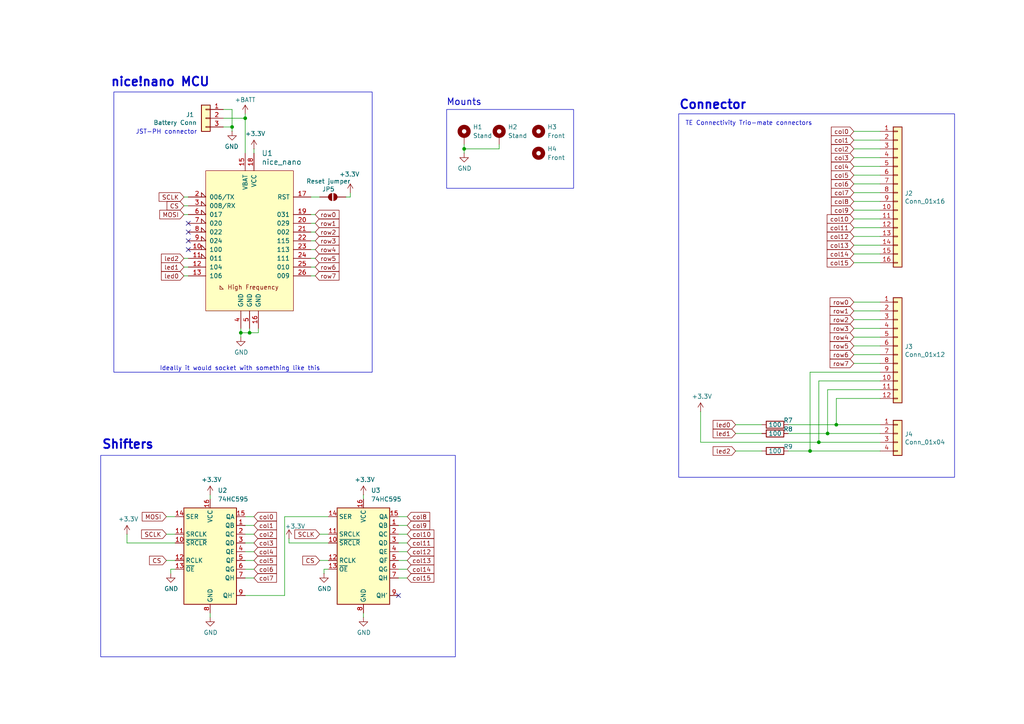
<source format=kicad_sch>
(kicad_sch (version 20250114) (generator "eeschema") (generator_version "9.0")
  (paper "A4")
  (title_block (title "Model K") (date "2025-03-01") (rev "0.1"))
  (lib_symbols
    (symbol "74xx:74HC595"
      (property "Reference" "U" (at -7.62 13.97 0))
      (property "Value" "74HC595" (at -7.62 -16.51 0))
      (symbol "74HC595_1_0"
        (pin input line (at -10.16 10.16 0) (length 2.54) (name "SER") (number "14"))
        (pin input line (at -10.16 5.08 0) (length 2.54) (name "SRCLK") (number "11"))
        (pin input line (at -10.16 2.54 0) (length 2.54) (name "~{SRCLR}") (number "10"))
        (pin input line (at -10.16 -2.54 0) (length 2.54) (name "RCLK") (number "12"))
        (pin input line (at -10.16 -5.08 0) (length 2.54) (name "~{OE}") (number "13"))
        (pin power_in line (at 0 15.24 270) (length 2.54) (name "VCC") (number "16"))
        (pin power_in line (at 0 -17.78 90) (length 2.54) (name "GND") (number "8"))
        (pin tri_state line (at 10.16 10.16 180) (length 2.54) (name "QA") (number "15"))
        (pin tri_state line (at 10.16 7.62 180) (length 2.54) (name "QB") (number "1"))
        (pin tri_state line (at 10.16 5.08 180) (length 2.54) (name "QC") (number "2"))
        (pin tri_state line (at 10.16 2.54 180) (length 2.54) (name "QD") (number "3"))
        (pin tri_state line (at 10.16 0 180) (length 2.54) (name "QE") (number "4"))
        (pin tri_state line (at 10.16 -2.54 180) (length 2.54) (name "QF") (number "5"))
        (pin tri_state line (at 10.16 -5.08 180) (length 2.54) (name "QG") (number "6"))
        (pin tri_state line (at 10.16 -7.62 180) (length 2.54) (name "QH") (number "7"))
        (pin output line (at 10.16 -12.7 180) (length 2.54) (name "QH'") (number "9"))
      )
      (symbol "74HC595_1_1"
        (rectangle (start -7.62 12.7) (end 7.62 -15.24) (stroke (width 0.254)) (fill (type background)))
      )
    )
    (symbol "Connector_Generic:Conn_01x03" (pin_names (offset 1.016) (hide yes))
      (property "Reference" "J" (at 0 5.08 0))
      (property "Value" "Conn_01x03" (at 0 -5.08 0))
      (symbol "Conn_01x03_1_1"
        (rectangle (start -1.27 3.81) (end 1.27 -3.81) (stroke (width 0.254)) (fill (type background)))
        (rectangle (start -1.27 2.667) (end 0 2.413) (stroke (width 0.1524)))
        (rectangle (start -1.27 0.127) (end 0 -0.127) (stroke (width 0.1524)))
        (rectangle (start -1.27 -2.413) (end 0 -2.667) (stroke (width 0.1524)))
        (pin passive line (at -5.08 2.54 0) (length 3.81) (name "Pin_1") (number "1"))
        (pin passive line (at -5.08 0 0) (length 3.81) (name "Pin_2") (number "2"))
        (pin passive line (at -5.08 -2.54 0) (length 3.81) (name "Pin_3") (number "3"))
      )
    )
    (symbol "Connector_Generic:Conn_01x04" (pin_names (offset 1.016) (hide yes))
      (property "Reference" "J" (at 0 5.08 0))
      (property "Value" "Conn_01x04" (at 0 -7.62 0))
      (symbol "Conn_01x04_1_1"
        (rectangle (start -1.27 3.81) (end 1.27 -6.35) (stroke (width 0.254)) (fill (type background)))
        (rectangle (start -1.27 2.667) (end 0 2.413) (stroke (width 0.1524)))
        (rectangle (start -1.27 0.127) (end 0 -0.127) (stroke (width 0.1524)))
        (rectangle (start -1.27 -2.413) (end 0 -2.667) (stroke (width 0.1524)))
        (rectangle (start -1.27 -4.953) (end 0 -5.207) (stroke (width 0.1524)))
        (pin passive line (at -5.08 2.54 0) (length 3.81) (name "Pin_1") (number "1"))
        (pin passive line (at -5.08 0 0) (length 3.81) (name "Pin_2") (number "2"))
        (pin passive line (at -5.08 -2.54 0) (length 3.81) (name "Pin_3") (number "3"))
        (pin passive line (at -5.08 -5.08 0) (length 3.81) (name "Pin_4") (number "4"))
      )
    )
    (symbol "Connector_Generic:Conn_01x12" (pin_names (offset 1.016) (hide yes))
      (property "Reference" "J" (at 0 15.24 0))
      (property "Value" "Conn_01x12" (at 0 -17.78 0))
      (symbol "Conn_01x12_1_1"
        (rectangle (start -1.27 13.97) (end 1.27 -16.51) (stroke (width 0.254)) (fill (type background)))
        (rectangle (start -1.27 12.827) (end 0 12.573) (stroke (width 0.1524)))
        (rectangle (start -1.27 10.287) (end 0 10.033) (stroke (width 0.1524)))
        (rectangle (start -1.27 7.747) (end 0 7.493) (stroke (width 0.1524)))
        (rectangle (start -1.27 5.207) (end 0 4.953) (stroke (width 0.1524)))
        (rectangle (start -1.27 2.667) (end 0 2.413) (stroke (width 0.1524)))
        (rectangle (start -1.27 0.127) (end 0 -0.127) (stroke (width 0.1524)))
        (rectangle (start -1.27 -2.413) (end 0 -2.667) (stroke (width 0.1524)))
        (rectangle (start -1.27 -4.953) (end 0 -5.207) (stroke (width 0.1524)))
        (rectangle (start -1.27 -7.493) (end 0 -7.747) (stroke (width 0.1524)))
        (rectangle (start -1.27 -10.033) (end 0 -10.287) (stroke (width 0.1524)))
        (rectangle (start -1.27 -12.573) (end 0 -12.827) (stroke (width 0.1524)))
        (rectangle (start -1.27 -15.113) (end 0 -15.367) (stroke (width 0.1524)))
        (pin passive line (at -5.08 12.7 0) (length 3.81) (name "Pin_1") (number "1"))
        (pin passive line (at -5.08 10.16 0) (length 3.81) (name "Pin_2") (number "2"))
        (pin passive line (at -5.08 7.62 0) (length 3.81) (name "Pin_3") (number "3"))
        (pin passive line (at -5.08 5.08 0) (length 3.81) (name "Pin_4") (number "4"))
        (pin passive line (at -5.08 2.54 0) (length 3.81) (name "Pin_5") (number "5"))
        (pin passive line (at -5.08 0 0) (length 3.81) (name "Pin_6") (number "6"))
        (pin passive line (at -5.08 -2.54 0) (length 3.81) (name "Pin_7") (number "7"))
        (pin passive line (at -5.08 -5.08 0) (length 3.81) (name "Pin_8") (number "8"))
        (pin passive line (at -5.08 -7.62 0) (length 3.81) (name "Pin_9") (number "9"))
        (pin passive line (at -5.08 -10.16 0) (length 3.81) (name "Pin_10") (number "10"))
        (pin passive line (at -5.08 -12.7 0) (length 3.81) (name "Pin_11") (number "11"))
        (pin passive line (at -5.08 -15.24 0) (length 3.81) (name "Pin_12") (number "12"))
      )
    )
    (symbol "Connector_Generic:Conn_01x16" (pin_names (offset 1.016) (hide yes))
      (property "Reference" "J" (at 0 20.32 0))
      (property "Value" "Conn_01x16" (at 0 -22.86 0))
      (symbol "Conn_01x16_1_1"
        (rectangle (start -1.27 19.05) (end 1.27 -21.59) (stroke (width 0.254)) (fill (type background)))
        (rectangle (start -1.27 17.907) (end 0 17.653) (stroke (width 0.1524)))
        (rectangle (start -1.27 15.367) (end 0 15.113) (stroke (width 0.1524)))
        (rectangle (start -1.27 12.827) (end 0 12.573) (stroke (width 0.1524)))
        (rectangle (start -1.27 10.287) (end 0 10.033) (stroke (width 0.1524)))
        (rectangle (start -1.27 7.747) (end 0 7.493) (stroke (width 0.1524)))
        (rectangle (start -1.27 5.207) (end 0 4.953) (stroke (width 0.1524)))
        (rectangle (start -1.27 2.667) (end 0 2.413) (stroke (width 0.1524)))
        (rectangle (start -1.27 0.127) (end 0 -0.127) (stroke (width 0.1524)))
        (rectangle (start -1.27 -2.413) (end 0 -2.667) (stroke (width 0.1524)))
        (rectangle (start -1.27 -4.953) (end 0 -5.207) (stroke (width 0.1524)))
        (rectangle (start -1.27 -7.493) (end 0 -7.747) (stroke (width 0.1524)))
        (rectangle (start -1.27 -10.033) (end 0 -10.287) (stroke (width 0.1524)))
        (rectangle (start -1.27 -12.573) (end 0 -12.827) (stroke (width 0.1524)))
        (rectangle (start -1.27 -15.113) (end 0 -15.367) (stroke (width 0.1524)))
        (rectangle (start -1.27 -17.653) (end 0 -17.907) (stroke (width 0.1524)))
        (rectangle (start -1.27 -20.193) (end 0 -20.447) (stroke (width 0.1524)))
        (pin passive line (at -5.08 17.78 0) (length 3.81) (name "Pin_1") (number "1"))
        (pin passive line (at -5.08 15.24 0) (length 3.81) (name "Pin_2") (number "2"))
        (pin passive line (at -5.08 12.7 0) (length 3.81) (name "Pin_3") (number "3"))
        (pin passive line (at -5.08 10.16 0) (length 3.81) (name "Pin_4") (number "4"))
        (pin passive line (at -5.08 7.62 0) (length 3.81) (name "Pin_5") (number "5"))
        (pin passive line (at -5.08 5.08 0) (length 3.81) (name "Pin_6") (number "6"))
        (pin passive line (at -5.08 2.54 0) (length 3.81) (name "Pin_7") (number "7"))
        (pin passive line (at -5.08 0 0) (length 3.81) (name "Pin_8") (number "8"))
        (pin passive line (at -5.08 -2.54 0) (length 3.81) (name "Pin_9") (number "9"))
        (pin passive line (at -5.08 -5.08 0) (length 3.81) (name "Pin_10") (number "10"))
        (pin passive line (at -5.08 -7.62 0) (length 3.81) (name "Pin_11") (number "11"))
        (pin passive line (at -5.08 -10.16 0) (length 3.81) (name "Pin_12") (number "12"))
        (pin passive line (at -5.08 -12.7 0) (length 3.81) (name "Pin_13") (number "13"))
        (pin passive line (at -5.08 -15.24 0) (length 3.81) (name "Pin_14") (number "14"))
        (pin passive line (at -5.08 -17.78 0) (length 3.81) (name "Pin_15") (number "15"))
        (pin passive line (at -5.08 -20.32 0) (length 3.81) (name "Pin_16") (number "16"))
      )
    )
    (symbol "Device:R" (pin_numbers (hide yes)) (pin_names (offset 0))
      (property "Reference" "R" (at 2.032 0 90))
      (property "Value" "R" (at 0 0 90))
      (symbol "R_0_1"
        (rectangle (start -1.016 -2.54) (end 1.016 2.54) (stroke (width 0.254)))
      )
      (symbol "R_1_1"
        (pin passive line (at 0 3.81 270) (length 1.27) (name "~") (number "1"))
        (pin passive line (at 0 -3.81 90) (length 1.27) (name "~") (number "2"))
      )
    )
    (symbol "Jumper:SolderJumper_2_Open" (pin_numbers (hide yes)) (pin_names (offset 0) (hide yes)) (exclude_from_sim yes) (in_bom no)
      (property "Reference" "JP" (at 0 2.032 0))
      (property "Value" "SolderJumper_2_Open" (at 0 -2.54 0))
      (symbol "SolderJumper_2_Open_0_1"
        (polyline (pts (xy -0.254 1.016) (xy -0.254 -1.016)))
        (arc (start -0.254 -1.016) (mid -1.2656 0) (end -0.254 1.016))
        (arc (start -0.254 -1.016) (mid -1.2656 0) (end -0.254 1.016) (fill (type outline)))
        (arc (start 0.254 1.016) (mid 1.2656 0) (end 0.254 -1.016))
        (arc (start 0.254 1.016) (mid 1.2656 0) (end 0.254 -1.016) (fill (type outline)))
        (polyline (pts (xy 0.254 1.016) (xy 0.254 -1.016)))
      )
      (symbol "SolderJumper_2_Open_1_1"
        (pin passive line (at -3.81 0 0) (length 2.54) (name "A") (number "1"))
        (pin passive line (at 3.81 0 180) (length 2.54) (name "B") (number "2"))
      )
    )
    (symbol "Mechanical:MountingHole" (pin_names (offset 1.016)) (exclude_from_sim yes) (in_bom no)
      (property "Reference" "H" (at 0 5.08 0))
      (property "Value" "MountingHole" (at 0 3.175 0))
      (symbol "MountingHole_0_1"
        (circle (center 0 0) (radius 1.27) (stroke (width 1.27)))
      )
    )
    (symbol "Mechanical:MountingHole_Pad" (pin_numbers (hide yes)) (pin_names (offset 1.016) (hide yes)) (exclude_from_sim yes) (in_bom no)
      (property "Reference" "H" (at 0 6.35 0))
      (property "Value" "MountingHole_Pad" (at 0 4.445 0))
      (symbol "MountingHole_Pad_0_1"
        (circle (center 0 1.27) (radius 1.27) (stroke (width 1.27)))
      )
      (symbol "MountingHole_Pad_1_1"
        (pin input line (at 0 -2.54 90) (length 2.54) (name "1") (number "1"))
      )
    )
    (symbol "nice:nice_nano" (pin_names (offset 1.016))
      (property "Reference" "U1" (at 0 8.382 0))
      (property "Value" "nice!nano v2" (at 0 5.842 0))
      (symbol "nice_nano_1_1"
        (rectangle (start -12.7 19.05) (end 12.7 -21.59) (fill (type background)))
        (text private "Pins from https://nicekeyboards.com/static/511ae101870d00c265b84f35d5f39eda/3c492/schematic_nice_nano_v2.png" (at -32.512 1.27 900) (effects (font (size 1.27 1.27))))
        (text "◺ High Frequency" (at -0.254 -14.732 0) (effects (font (size 1.27 1.27))))
        (pin bidirectional input_low (at -17.78 11.43 0) (length 5.08) (name "006/TX") (number "2"))
        (pin bidirectional input_low (at -17.78 8.89 0) (length 5.08) (name "008/RX") (number "3"))
        (pin bidirectional input_low (at -17.78 6.35 0) (length 5.08) (name "017") (number "6"))
        (pin bidirectional input_low (at -17.78 3.81 0) (length 5.08) (name "020") (number "7"))
        (pin bidirectional input_low (at -17.78 1.27 0) (length 5.08) (name "022") (number "8"))
        (pin bidirectional input_low (at -17.78 -1.27 0) (length 5.08) (name "024") (number "9"))
        (pin bidirectional input_low (at -17.78 -3.81 0) (length 5.08) (name "100") (number "10"))
        (pin bidirectional input_low (at -17.78 -6.35 0) (length 5.08) (name "011") (number "11"))
        (pin bidirectional line (at -17.78 -8.89 0) (length 5.08) (name "104") (number "12"))
        (pin bidirectional line (at -17.78 -11.43 0) (length 5.08) (name "106") (number "13"))
        (pin power_in line (at -2.54 -26.67 90) (length 5.08) (name "GND") (number "4"))
        (pin power_in line (at -1.27 24.13 270) (length 5.08) (name "VBAT") (number "15"))
        (pin power_out line (at 0 -26.67 90) (length 5.08) (name "GND") (number "5"))
        (pin power_out line (at 1.27 24.13 270) (length 5.08) (name "VCC") (number "18"))
        (pin power_out line (at 2.54 -26.67 90) (length 5.08) (name "GND") (number "16"))
        (pin input line (at 17.78 11.43 180) (length 5.08) (name "RST") (number "17"))
        (pin bidirectional line (at 17.78 6.35 180) (length 5.08) (name "031") (number "19"))
        (pin bidirectional line (at 17.78 3.81 180) (length 5.08) (name "029") (number "20"))
        (pin bidirectional line (at 17.78 1.27 180) (length 5.08) (name "002") (number "21"))
        (pin bidirectional line (at 17.78 -1.27 180) (length 5.08) (name "115") (number "22"))
        (pin bidirectional line (at 17.78 -3.81 180) (length 5.08) (name "113") (number "23"))
        (pin bidirectional line (at 17.78 -6.35 180) (length 5.08) (name "111") (number "24"))
        (pin bidirectional line (at 17.78 -8.89 180) (length 5.08) (name "010") (number "25"))
        (pin bidirectional line (at 17.78 -11.43 180) (length 5.08) (name "009") (number "26"))
      )
    )
    (symbol "power:+3.3V" (power) (pin_numbers (hide yes)) (pin_names (offset 0) (hide yes))
      (property "Value" "+3.3V" (at 0 3.556 0))
      (symbol "+3.3V_0_1"
        (polyline (pts (xy -0.762 1.27) (xy 0 2.54)))
        (polyline (pts (xy 0 2.54) (xy 0.762 1.27)))
        (polyline (pts (xy 0 0) (xy 0 2.54)))
      )
      (symbol "+3.3V_1_1"
        (pin power_in line (at 0 0 90) (length 0) (name "~") (number "1"))
      )
    )
    (symbol "power:+BATT" (power) (pin_numbers (hide yes)) (pin_names (offset 0) (hide yes))
      (property "Value" "+BATT" (at 0 3.556 0))
      (symbol "+BATT_0_1"
        (polyline (pts (xy -0.762 1.27) (xy 0 2.54)))
        (polyline (pts (xy 0 2.54) (xy 0.762 1.27)))
        (polyline (pts (xy 0 0) (xy 0 2.54)))
      )
      (symbol "+BATT_1_1"
        (pin power_in line (at 0 0 90) (length 0) (name "~") (number "1"))
      )
    )
    (symbol "power:GND" (power) (pin_numbers (hide yes)) (pin_names (offset 0) (hide yes))
      (property "Value" "GND" (at 0 -3.81 0))
      (symbol "GND_0_1"
        (polyline (pts (xy 0 0) (xy 0 -1.27) (xy 1.27 -1.27) (xy 0 -2.54) (xy -1.27 -1.27) (xy 0 -1.27)))
      )
      (symbol "GND_1_1"
        (pin power_in line (at 0 0 270) (length 0) (name "~") (number "1"))
      )
    )
  )
  (rectangle (start 196.85 33.02) (end 276.86 138.43))
  (rectangle (start 33.02 26.67) (end 107.95 107.95))
  (rectangle (start 29.21 132.08) (end 132.08 190.5))
  (rectangle (start 129.54 31.75) (end 166.37 54.61))
  (text "Ideally it would socket with something like this" (at 69.596 106.934 0) (effects (font (size 1.27 1.27))))
  (text "Mounts" (at 134.62 29.718 0) (effects (font (size 1.905 1.905) (thickness 0.2381))))
  (text "JST-PH connector" (at 48.26 38.354 0) (effects (font (size 1.27 1.27))))
  (text "Shifters" (at 37.084 129.032 0) (effects (font (size 2.54 2.54) (thickness 0.508) (bold yes))))
  (text "TE Connectivity Trio-mate connectors" (at 217.17 35.814 0) (effects (font (size 1.27 1.27))))
  (text "Connector" (at 206.756 30.48 0) (effects (font (size 2.54 2.54) (thickness 0.508) (bold yes))))
  (text "nice!nano MCU" (at 46.482 23.876 0) (effects (font (size 2.54 2.54) (thickness 0.508) (bold yes))))
  (junction (at 67.31 36.83))
  (junction (at 234.95 130.81))
  (junction (at 134.62 43.18))
  (junction (at 240.03 125.73))
  (junction (at 242.57 123.19))
  (junction (at 237.49 128.27))
  (junction (at 71.12 34.29))
  (junction (at 69.85 96.52))
  (junction (at 72.39 96.52))
  (no_connect (at 54.61 69.85))
  (no_connect (at 54.61 67.31))
  (no_connect (at 54.61 64.77))
  (no_connect (at 115.57 172.72))
  (no_connect (at 54.61 72.39))
  (wire (pts (xy 82.55 149.86) (xy 95.25 149.86)))
  (wire (pts (xy 71.12 157.48) (xy 73.66 157.48)))
  (wire (pts (xy 71.12 167.64) (xy 73.66 167.64)))
  (wire (pts (xy 240.03 113.03) (xy 240.03 125.73)))
  (wire (pts (xy 134.62 41.91) (xy 134.62 43.18)))
  (wire (pts (xy 54.61 77.47) (xy 53.34 77.47)))
  (wire (pts (xy 91.44 72.39) (xy 90.17 72.39)))
  (wire (pts (xy 115.57 165.1) (xy 118.11 165.1)))
  (wire (pts (xy 72.39 95.25) (xy 72.39 96.52)))
  (wire (pts (xy 240.03 113.03) (xy 255.27 113.03)))
  (wire (pts (xy 255.27 68.58) (xy 247.65 68.58)))
  (wire (pts (xy 71.12 33.02) (xy 71.12 34.29)))
  (wire (pts (xy 95.25 165.1) (xy 93.98 165.1)))
  (wire (pts (xy 36.83 157.48) (xy 36.83 154.94)))
  (wire (pts (xy 237.49 128.27) (xy 255.27 128.27)))
  (wire (pts (xy 255.27 53.34) (xy 247.65 53.34)))
  (wire (pts (xy 93.98 165.1) (xy 93.98 166.37)))
  (wire (pts (xy 64.77 36.83) (xy 67.31 36.83)))
  (wire (pts (xy 255.27 38.1) (xy 247.65 38.1)))
  (wire (pts (xy 71.12 165.1) (xy 73.66 165.1)))
  (wire (pts (xy 255.27 73.66) (xy 247.65 73.66)))
  (wire (pts (xy 71.12 152.4) (xy 73.66 152.4)))
  (wire (pts (xy 234.95 130.81) (xy 255.27 130.81)))
  (wire (pts (xy 73.66 43.18) (xy 73.66 44.45)))
  (wire (pts (xy 53.34 57.15) (xy 54.61 57.15)))
  (wire (pts (xy 247.65 50.8) (xy 255.27 50.8)))
  (wire (pts (xy 237.49 110.49) (xy 255.27 110.49)))
  (wire (pts (xy 228.6 130.81) (xy 234.95 130.81)))
  (wire (pts (xy 228.6 123.19) (xy 242.57 123.19)))
  (wire (pts (xy 69.85 97.79) (xy 69.85 96.52)))
  (wire (pts (xy 91.44 80.01) (xy 90.17 80.01)))
  (wire (pts (xy 220.98 125.73) (xy 213.36 125.73)))
  (wire (pts (xy 71.12 162.56) (xy 73.66 162.56)))
  (wire (pts (xy 115.57 157.48) (xy 118.11 157.48)))
  (wire (pts (xy 255.27 63.5) (xy 247.65 63.5)))
  (wire (pts (xy 101.6 57.15) (xy 101.6 55.88)))
  (wire (pts (xy 69.85 96.52) (xy 69.85 95.25)))
  (wire (pts (xy 240.03 125.73) (xy 255.27 125.73)))
  (wire (pts (xy 67.31 31.75) (xy 64.77 31.75)))
  (wire (pts (xy 91.44 69.85) (xy 90.17 69.85)))
  (wire (pts (xy 115.57 160.02) (xy 118.11 160.02)))
  (wire (pts (xy 64.77 34.29) (xy 71.12 34.29)))
  (wire (pts (xy 71.12 160.02) (xy 73.66 160.02)))
  (wire (pts (xy 71.12 154.94) (xy 73.66 154.94)))
  (wire (pts (xy 71.12 149.86) (xy 73.66 149.86)))
  (wire (pts (xy 228.6 125.73) (xy 240.03 125.73)))
  (wire (pts (xy 247.65 90.17) (xy 255.27 90.17)))
  (wire (pts (xy 72.39 96.52) (xy 69.85 96.52)))
  (wire (pts (xy 115.57 154.94) (xy 118.11 154.94)))
  (wire (pts (xy 247.65 45.72) (xy 255.27 45.72)))
  (wire (pts (xy 91.44 74.93) (xy 90.17 74.93)))
  (wire (pts (xy 247.65 71.12) (xy 255.27 71.12)))
  (wire (pts (xy 213.36 123.19) (xy 220.98 123.19)))
  (wire (pts (xy 242.57 115.57) (xy 242.57 123.19)))
  (wire (pts (xy 53.34 59.69) (xy 54.61 59.69)))
  (wire (pts (xy 49.53 165.1) (xy 50.8 165.1)))
  (wire (pts (xy 247.65 66.04) (xy 255.27 66.04)))
  (wire (pts (xy 242.57 123.19) (xy 255.27 123.19)))
  (wire (pts (xy 74.93 96.52) (xy 72.39 96.52)))
  (wire (pts (xy 48.26 154.94) (xy 50.8 154.94)))
  (wire (pts (xy 115.57 162.56) (xy 118.11 162.56)))
  (wire (pts (xy 53.34 62.23) (xy 54.61 62.23)))
  (wire (pts (xy 255.27 97.79) (xy 247.65 97.79)))
  (wire (pts (xy 247.65 95.25) (xy 255.27 95.25)))
  (wire (pts (xy 247.65 105.41) (xy 255.27 105.41)))
  (wire (pts (xy 255.27 43.18) (xy 247.65 43.18)))
  (wire (pts (xy 247.65 100.33) (xy 255.27 100.33)))
  (wire (pts (xy 105.41 177.8) (xy 105.41 179.07)))
  (wire (pts (xy 237.49 110.49) (xy 237.49 128.27)))
  (wire (pts (xy 234.95 107.95) (xy 234.95 130.81)))
  (wire (pts (xy 115.57 152.4) (xy 118.11 152.4)))
  (wire (pts (xy 71.12 172.72) (xy 82.55 172.72)))
  (wire (pts (xy 255.27 58.42) (xy 247.65 58.42)))
  (wire (pts (xy 115.57 149.86) (xy 118.11 149.86)))
  (wire (pts (xy 255.27 92.71) (xy 247.65 92.71)))
  (wire (pts (xy 48.26 162.56) (xy 50.8 162.56)))
  (wire (pts (xy 144.78 43.18) (xy 134.62 43.18)))
  (wire (pts (xy 53.34 80.01) (xy 54.61 80.01)))
  (wire (pts (xy 247.65 55.88) (xy 255.27 55.88)))
  (wire (pts (xy 105.41 143.51) (xy 105.41 144.78)))
  (wire (pts (xy 82.55 172.72) (xy 82.55 149.86)))
  (wire (pts (xy 91.44 77.47) (xy 90.17 77.47)))
  (wire (pts (xy 203.2 128.27) (xy 237.49 128.27)))
  (wire (pts (xy 144.78 41.91) (xy 144.78 43.18)))
  (wire (pts (xy 242.57 115.57) (xy 255.27 115.57)))
  (wire (pts (xy 247.65 60.96) (xy 255.27 60.96)))
  (wire (pts (xy 234.95 107.95) (xy 255.27 107.95)))
  (wire (pts (xy 83.82 156.21) (xy 83.82 157.48)))
  (wire (pts (xy 255.27 48.26) (xy 247.65 48.26)))
  (wire (pts (xy 255.27 102.87) (xy 247.65 102.87)))
  (wire (pts (xy 49.53 165.1) (xy 49.53 166.37)))
  (wire (pts (xy 247.65 40.64) (xy 255.27 40.64)))
  (wire (pts (xy 92.71 162.56) (xy 95.25 162.56)))
  (wire (pts (xy 92.71 154.94) (xy 95.25 154.94)))
  (wire (pts (xy 83.82 157.48) (xy 95.25 157.48)))
  (wire (pts (xy 60.96 143.51) (xy 60.96 144.78)))
  (wire (pts (xy 90.17 57.15) (xy 92.71 57.15)))
  (wire (pts (xy 67.31 36.83) (xy 67.31 31.75)))
  (wire (pts (xy 213.36 130.81) (xy 220.98 130.81)))
  (wire (pts (xy 255.27 87.63) (xy 247.65 87.63)))
  (wire (pts (xy 91.44 62.23) (xy 90.17 62.23)))
  (wire (pts (xy 134.62 44.45) (xy 134.62 43.18)))
  (wire (pts (xy 71.12 34.29) (xy 71.12 44.45)))
  (wire (pts (xy 115.57 167.64) (xy 118.11 167.64)))
  (wire (pts (xy 48.26 149.86) (xy 50.8 149.86)))
  (wire (pts (xy 203.2 119.38) (xy 203.2 128.27)))
  (wire (pts (xy 247.65 76.2) (xy 255.27 76.2)))
  (wire (pts (xy 100.33 57.15) (xy 101.6 57.15)))
  (wire (pts (xy 91.44 67.31) (xy 90.17 67.31)))
  (wire (pts (xy 54.61 74.93) (xy 53.34 74.93)))
  (wire (pts (xy 67.31 38.1) (xy 67.31 36.83)))
  (wire (pts (xy 60.96 177.8) (xy 60.96 179.07)))
  (wire (pts (xy 74.93 95.25) (xy 74.93 96.52)))
  (wire (pts (xy 91.44 64.77) (xy 90.17 64.77)))
  (wire (pts (xy 50.8 157.48) (xy 36.83 157.48)))
  (global_label "col7" (shape input) (at 73.66 167.64 0) (property "Intersheetrefs" "${INTERSHEET_REFS}" (effects (hide yes))))
  (global_label "col11" (shape input) (at 118.11 157.48 0) (property "Intersheetrefs" "${INTERSHEET_REFS}" (effects (hide yes))))
  (global_label "row7" (shape input) (at 91.44 80.01 0) (property "Intersheetrefs" "${INTERSHEET_REFS}" (effects (hide yes))))
  (global_label "row2" (shape input) (at 91.44 67.31 0) (property "Intersheetrefs" "${INTERSHEET_REFS}" (effects (hide yes))))
  (global_label "row0" (shape input) (at 91.44 62.23 0) (property "Intersheetrefs" "${INTERSHEET_REFS}" (effects (hide yes))))
  (global_label "row0" (shape input) (at 247.65 87.63 180) (property "Intersheetrefs" "${INTERSHEET_REFS}" (effects (hide yes))))
  (global_label "col0" (shape input) (at 247.65 38.1 180) (property "Intersheetrefs" "${INTERSHEET_REFS}" (effects (hide yes))))
  (global_label "col13" (shape input) (at 247.65 71.12 180) (property "Intersheetrefs" "${INTERSHEET_REFS}" (effects (hide yes))))
  (global_label "row2" (shape input) (at 247.65 92.71 180) (property "Intersheetrefs" "${INTERSHEET_REFS}" (effects (hide yes))))
  (global_label "col8" (shape input) (at 247.65 58.42 180) (property "Intersheetrefs" "${INTERSHEET_REFS}" (effects (hide yes))))
  (global_label "row6" (shape input) (at 91.44 77.47 0) (property "Intersheetrefs" "${INTERSHEET_REFS}" (effects (hide yes))))
  (global_label "row5" (shape input) (at 91.44 74.93 0) (property "Intersheetrefs" "${INTERSHEET_REFS}" (effects (hide yes))))
  (global_label "led2" (shape input) (at 53.34 74.93 180) (property "Intersheetrefs" "${INTERSHEET_REFS}" (effects (hide yes))))
  (global_label "col1" (shape input) (at 247.65 40.64 180) (property "Intersheetrefs" "${INTERSHEET_REFS}" (effects (hide yes))))
  (global_label "col14" (shape input) (at 118.11 165.1 0) (property "Intersheetrefs" "${INTERSHEET_REFS}" (effects (hide yes))))
  (global_label "col6" (shape input) (at 247.65 53.34 180) (property "Intersheetrefs" "${INTERSHEET_REFS}" (effects (hide yes))))
  (global_label "row6" (shape input) (at 247.65 102.87 180) (property "Intersheetrefs" "${INTERSHEET_REFS}" (effects (hide yes))))
  (global_label "col3" (shape input) (at 73.66 157.48 0) (property "Intersheetrefs" "${INTERSHEET_REFS}" (effects (hide yes))))
  (global_label "led0" (shape input) (at 213.36 123.19 180) (property "Intersheetrefs" "${INTERSHEET_REFS}" (effects (hide yes))))
  (global_label "col3" (shape input) (at 247.65 45.72 180) (property "Intersheetrefs" "${INTERSHEET_REFS}" (effects (hide yes))))
  (global_label "col11" (shape input) (at 247.65 66.04 180) (property "Intersheetrefs" "${INTERSHEET_REFS}" (effects (hide yes))))
  (global_label "col14" (shape input) (at 247.65 73.66 180) (property "Intersheetrefs" "${INTERSHEET_REFS}" (effects (hide yes))))
  (global_label "row3" (shape input) (at 247.65 95.25 180) (property "Intersheetrefs" "${INTERSHEET_REFS}" (effects (hide yes))))
  (global_label "col8" (shape input) (at 118.11 149.86 0) (property "Intersheetrefs" "${INTERSHEET_REFS}" (effects (hide yes))))
  (global_label "row4" (shape input) (at 247.65 97.79 180) (property "Intersheetrefs" "${INTERSHEET_REFS}" (effects (hide yes))))
  (global_label "col1" (shape input) (at 73.66 152.4 0) (property "Intersheetrefs" "${INTERSHEET_REFS}" (effects (hide yes))))
  (global_label "col4" (shape input) (at 73.66 160.02 0) (property "Intersheetrefs" "${INTERSHEET_REFS}" (effects (hide yes))))
  (global_label "SCLK" (shape input) (at 53.34 57.15 180) (property "Intersheetrefs" "${INTERSHEET_REFS}" (effects (hide yes))))
  (global_label "CS" (shape input) (at 48.26 162.56 180) (property "Intersheetrefs" "${INTERSHEET_REFS}" (effects (hide yes))))
  (global_label "CS" (shape input) (at 92.71 162.56 180) (property "Intersheetrefs" "${INTERSHEET_REFS}" (effects (hide yes))))
  (global_label "SCLK" (shape input) (at 48.26 154.94 180) (property "Intersheetrefs" "${INTERSHEET_REFS}" (effects (hide yes))))
  (global_label "col15" (shape input) (at 118.11 167.64 0) (property "Intersheetrefs" "${INTERSHEET_REFS}" (effects (hide yes))))
  (global_label "col5" (shape input) (at 247.65 50.8 180) (property "Intersheetrefs" "${INTERSHEET_REFS}" (effects (hide yes))))
  (global_label "col9" (shape input) (at 118.11 152.4 0) (property "Intersheetrefs" "${INTERSHEET_REFS}" (effects (hide yes))))
  (global_label "col4" (shape input) (at 247.65 48.26 180) (property "Intersheetrefs" "${INTERSHEET_REFS}" (effects (hide yes))))
  (global_label "MOSI" (shape input) (at 53.34 62.23 180) (property "Intersheetrefs" "${INTERSHEET_REFS}" (effects (hide yes))))
  (global_label "col10" (shape input) (at 247.65 63.5 180) (property "Intersheetrefs" "${INTERSHEET_REFS}" (effects (hide yes))))
  (global_label "col6" (shape input) (at 73.66 165.1 0) (property "Intersheetrefs" "${INTERSHEET_REFS}" (effects (hide yes))))
  (global_label "col7" (shape input) (at 247.65 55.88 180) (property "Intersheetrefs" "${INTERSHEET_REFS}" (effects (hide yes))))
  (global_label "led2" (shape input) (at 213.36 130.81 180) (property "Intersheetrefs" "${INTERSHEET_REFS}" (effects (hide yes))))
  (global_label "col12" (shape input) (at 118.11 160.02 0) (property "Intersheetrefs" "${INTERSHEET_REFS}" (effects (hide yes))))
  (global_label "row5" (shape input) (at 247.65 100.33 180) (property "Intersheetrefs" "${INTERSHEET_REFS}" (effects (hide yes))))
  (global_label "col0" (shape input) (at 73.66 149.86 0) (property "Intersheetrefs" "${INTERSHEET_REFS}" (effects (hide yes))))
  (global_label "led1" (shape input) (at 213.36 125.73 180) (property "Intersheetrefs" "${INTERSHEET_REFS}" (effects (hide yes))))
  (global_label "led0" (shape input) (at 53.34 80.01 180) (property "Intersheetrefs" "${INTERSHEET_REFS}" (effects (hide yes))))
  (global_label "col10" (shape input) (at 118.11 154.94 0) (property "Intersheetrefs" "${INTERSHEET_REFS}" (effects (hide yes))))
  (global_label "col2" (shape input) (at 247.65 43.18 180) (property "Intersheetrefs" "${INTERSHEET_REFS}" (effects (hide yes))))
  (global_label "col13" (shape input) (at 118.11 162.56 0) (property "Intersheetrefs" "${INTERSHEET_REFS}" (effects (hide yes))))
  (global_label "row4" (shape input) (at 91.44 72.39 0) (property "Intersheetrefs" "${INTERSHEET_REFS}" (effects (hide yes))))
  (global_label "row3" (shape input) (at 91.44 69.85 0) (property "Intersheetrefs" "${INTERSHEET_REFS}" (effects (hide yes))))
  (global_label "col15" (shape input) (at 247.65 76.2 180) (property "Intersheetrefs" "${INTERSHEET_REFS}" (effects (hide yes))))
  (global_label "col9" (shape input) (at 247.65 60.96 180) (property "Intersheetrefs" "${INTERSHEET_REFS}" (effects (hide yes))))
  (global_label "row7" (shape input) (at 247.65 105.41 180) (property "Intersheetrefs" "${INTERSHEET_REFS}" (effects (hide yes))))
  (global_label "col5" (shape input) (at 73.66 162.56 0) (property "Intersheetrefs" "${INTERSHEET_REFS}" (effects (hide yes))))
  (global_label "MOSI" (shape input) (at 48.26 149.86 180) (property "Intersheetrefs" "${INTERSHEET_REFS}" (effects (hide yes))))
  (global_label "col2" (shape input) (at 73.66 154.94 0) (property "Intersheetrefs" "${INTERSHEET_REFS}" (effects (hide yes))))
  (global_label "led1" (shape input) (at 53.34 77.47 180) (property "Intersheetrefs" "${INTERSHEET_REFS}" (effects (hide yes))))
  (global_label "col12" (shape input) (at 247.65 68.58 180) (property "Intersheetrefs" "${INTERSHEET_REFS}" (effects (hide yes))))
  (global_label "row1" (shape input) (at 91.44 64.77 0) (property "Intersheetrefs" "${INTERSHEET_REFS}" (effects (hide yes))))
  (global_label "CS" (shape input) (at 53.34 59.69 180) (property "Intersheetrefs" "${INTERSHEET_REFS}" (effects (hide yes))))
  (global_label "SCLK" (shape input) (at 92.71 154.94 180) (property "Intersheetrefs" "${INTERSHEET_REFS}" (effects (hide yes))))
  (global_label "row1" (shape input) (at 247.65 90.17 180) (property "Intersheetrefs" "${INTERSHEET_REFS}" (effects (hide yes))))
  (symbol (lib_id "Connector_Generic:Conn_01x16") (at 260.35 55.88 0) (unit 1)
    (property "Reference" "J2" (at 262.382 56.0832 0) (effects (justify left)))
    (property "Value" "Conn_01x16" (at 262.382 58.3946 0) (effects (justify left)))
    (property "Footprint" "Library:ModelH-triomate-cols16" (effects (hide yes)))
  )
  (symbol (lib_id "Connector_Generic:Conn_01x04") (at 260.35 125.73 0) (unit 1)
    (property "Reference" "J4" (at 262.382 125.9332 0) (effects (justify left)))
    (property "Value" "Conn_01x04" (at 262.382 128.2446 0) (effects (justify left)))
    (property "Footprint" "Library:ModelH-triomate-leds4" (effects (hide yes)))
  )
  (symbol (lib_id "Device:R") (at 224.79 123.19 270) (unit 1)
    (property "Reference" "R7" (at 228.6 121.92 90))
    (property "Value" "100" (at 224.79 123.19 90))
    (property "Footprint" "Resistor_THT:R_Axial_DIN0207_L6.3mm_D2.5mm_P10.16mm_Horizontal" (effects (hide yes)))
    (property "LCSC" "C17408" (effects (hide yes)))
  )
  (symbol (lib_id "Device:R") (at 224.79 125.73 270) (unit 1)
    (property "Reference" "R8" (at 228.6 124.46 90))
    (property "Value" "100" (at 224.79 125.73 90))
    (property "Footprint" "Resistor_THT:R_Axial_DIN0207_L6.3mm_D2.5mm_P10.16mm_Horizontal" (effects (hide yes)))
    (property "LCSC" "C17408" (effects (hide yes)))
  )
  (symbol (lib_id "Device:R") (at 224.79 130.81 270) (unit 1)
    (property "Reference" "R9" (at 228.6 129.54 90))
    (property "Value" "100" (at 224.79 130.81 90))
    (property "Footprint" "Resistor_THT:R_Axial_DIN0207_L6.3mm_D2.5mm_P10.16mm_Horizontal" (effects (hide yes)))
    (property "LCSC" "C17408" (effects (hide yes)))
  )
  (symbol (lib_id "power:+3.3V") (at 203.2 119.38 0) (unit 1)
    (property "Reference" "#PWR0111" (effects (hide yes)))
    (property "Value" "+3.3V" (at 203.581 114.9858 0))
  )
  (symbol (lib_id "Connector_Generic:Conn_01x12") (at 260.35 100.33 0) (unit 1)
    (property "Reference" "J3" (at 262.382 100.5332 0) (effects (justify left)))
    (property "Value" "Conn_01x12" (at 262.382 102.8446 0) (effects (justify left)))
    (property "Footprint" "Library:ModelH-triomate-rows12" (effects (hide yes)))
  )
  (symbol (lib_id "Connector_Generic:Conn_01x03") (at 59.69 34.29 0) (mirror y) (unit 1)
    (property "Reference" "J1" (at 55.118 33.274 0))
    (property "Value" "Battery Conn" (at 50.8 35.56 0))
    (property "Footprint" "Connector_JST:JST_PH_S3B-PH-K_1x03_P2.00mm_Horizontal" (effects (hide yes)))
    (property "Description" "Generic connector, single row, 01x03, script generated (kicad-library-utils/schlib/autogen/connector/)" (effects (hide yes)))
  )
  (symbol (lib_id "power:+3.3V") (at 101.6 55.88 0) (unit 1)
    (property "Reference" "#PWR012" (effects (hide yes)))
    (property "Value" "+3.3V" (at 101.346 50.546 0))
  )
  (symbol (lib_id "power:+3.3V") (at 83.82 156.21 0) (unit 1)
    (property "Reference" "#PWR014" (effects (hide yes)))
    (property "Value" "+3.3V" (at 85.598 152.654 0))
  )
  (symbol (lib_id "power:+3.3V") (at 105.41 143.51 0) (unit 1)
    (property "Reference" "#PWR09" (effects (hide yes)))
    (property "Value" "+3.3V" (at 105.791 139.1158 0))
  )
  (symbol (lib_id "power:GND") (at 60.96 179.07 0) (unit 1)
    (property "Reference" "#PWR06" (effects (hide yes)))
    (property "Value" "GND" (at 61.087 183.4642 0))
  )
  (symbol (lib_id "power:+3.3V") (at 73.66 43.18 0) (unit 1)
    (property "Reference" "#PWR05" (effects (hide yes)))
    (property "Value" "+3.3V" (at 74.041 38.7858 0))
  )
  (symbol (lib_id "Mechanical:MountingHole_Pad") (at 144.78 39.37 0) (unit 1) (exclude_from_sim yes) (in_bom no)
    (property "Reference" "H2" (at 147.32 36.8299 0) (effects (justify left)))
    (property "Value" "Stand" (at 147.32 39.3699 0) (effects (justify left)))
    (property "Footprint" "MountingHole:MountingHole_4mm_Pad_Via" (effects (hide yes)))
    (property "Description" "Mounting Hole with connection" (effects (hide yes)))
  )
  (symbol (lib_id "Mechanical:MountingHole_Pad") (at 134.62 39.37 0) (unit 1) (exclude_from_sim yes) (in_bom no)
    (property "Reference" "H1" (at 137.16 36.8299 0) (effects (justify left)))
    (property "Value" "Stand" (at 137.16 39.3699 0) (effects (justify left)))
    (property "Footprint" "MountingHole:MountingHole_4mm_Pad_Via" (effects (hide yes)))
    (property "Description" "Mounting Hole with connection" (effects (hide yes)))
  )
  (symbol (lib_id "power:GND") (at 93.98 166.37 0) (unit 1)
    (property "Reference" "#PWR04" (effects (hide yes)))
    (property "Value" "GND" (at 94.107 170.7642 0))
  )
  (symbol (lib_id "Mechanical:MountingHole") (at 156.21 38.1 0) (unit 1) (exclude_from_sim yes) (in_bom no)
    (property "Reference" "H3" (at 158.75 36.8299 0) (effects (justify left)))
    (property "Value" "Front" (at 158.75 39.3699 0) (effects (justify left)))
    (property "Footprint" "Library:Hole 3.5mm" (effects (hide yes)))
    (property "Description" "Mounting Hole without connection" (effects (hide yes)))
  )
  (symbol (lib_id "power:+3.3V") (at 36.83 154.94 0) (unit 1)
    (property "Reference" "#PWR011" (effects (hide yes)))
    (property "Value" "+3.3V" (at 37.211 150.5458 0))
  )
  (symbol (lib_id "nice:nice_nano") (at 72.39 68.58 0) (unit 1)
    (property "Reference" "U1" (at 75.8541 44.45 0) (effects (font (size 1.524 1.524)) (justify left)))
    (property "Value" "nice_nano" (at 75.8541 46.99 0) (effects (font (size 1.524 1.524)) (justify left)))
    (property "Footprint" "Library:nice_nano" (effects (hide yes)))
    (property "Datasheet" "https://nicekeyboards.com/docs/nice-nano/pinout-schematic" (effects (hide yes)))
  )
  (symbol (lib_id "74xx:74HC595") (at 60.96 160.02 0) (unit 1)
    (property "Reference" "U2" (at 63.1541 142.24 0) (effects (justify left)))
    (property "Value" "74HC595" (at 63.1541 144.78 0) (effects (justify left)))
    (property "Footprint" "PCM_Package_DIP_AKL:DIP-16_W7.62mm_Socket_LongPads" (effects (hide yes)))
    (property "Datasheet" "http://www.ti.com/lit/ds/symlink/sn74hc595.pdf" (effects (hide yes)))
    (property "Description" "8-bit serial in/out Shift Register 3-State Outputs" (effects (hide yes)))
  )
  (symbol (lib_id "power:GND") (at 134.62 44.45 0) (unit 1)
    (property "Reference" "#PWR01" (effects (hide yes)))
    (property "Value" "GND" (at 134.747 48.8442 0))
  )
  (symbol (lib_id "power:+BATT") (at 71.12 33.02 0) (unit 1)
    (property "Reference" "#PWR016" (effects (hide yes)))
    (property "Value" "+BATT" (at 71.12 28.956 0))
    (property "Description" "Power symbol creates a global label with name \"+BATT\"" (effects (hide yes)))
  )
  (symbol (lib_id "Jumper:SolderJumper_2_Open") (at 96.52 57.15 0) (unit 1) (exclude_from_sim yes) (in_bom no)
    (property "Reference" "JP5" (at 95.25 54.864 0))
    (property "Value" "Reset jumper" (at 95.25 52.578 0))
    (property "Footprint" "Jumper:SolderJumper-2_P1.3mm_Open_RoundedPad1.0x1.5mm" (effects (hide yes)))
    (property "Description" "Solder Jumper, 2-pole, open" (effects (hide yes)))
  )
  (symbol (lib_id "power:+3.3V") (at 60.96 143.51 0) (unit 1)
    (property "Reference" "#PWR08" (effects (hide yes)))
    (property "Value" "+3.3V" (at 61.341 139.1158 0))
  )
  (symbol (lib_id "power:GND") (at 67.31 38.1 0) (mirror y) (unit 1)
    (property "Reference" "#PWR013" (effects (hide yes)))
    (property "Value" "GND" (at 67.183 42.4942 0))
  )
  (symbol (lib_id "power:GND") (at 69.85 97.79 0) (unit 1)
    (property "Reference" "#PWR03" (effects (hide yes)))
    (property "Value" "GND" (at 69.977 102.1842 0))
  )
  (symbol (lib_id "power:GND") (at 105.41 179.07 0) (unit 1)
    (property "Reference" "#PWR07" (effects (hide yes)))
    (property "Value" "GND" (at 105.537 183.4642 0))
  )
  (symbol (lib_id "power:GND") (at 49.53 166.37 0) (unit 1)
    (property "Reference" "#PWR010" (effects (hide yes)))
    (property "Value" "GND" (at 49.657 170.7642 0))
  )
  (symbol (lib_id "74xx:74HC595") (at 105.41 160.02 0) (unit 1)
    (property "Reference" "U3" (at 107.6041 142.24 0) (effects (justify left)))
    (property "Value" "74HC595" (at 107.6041 144.78 0) (effects (justify left)))
    (property "Footprint" "PCM_Package_DIP_AKL:DIP-16_W7.62mm_Socket_LongPads" (effects (hide yes)))
    (property "Datasheet" "http://www.ti.com/lit/ds/symlink/sn74hc595.pdf" (effects (hide yes)))
    (property "Description" "8-bit serial in/out Shift Register 3-State Outputs" (effects (hide yes)))
  )
  (symbol (lib_id "Mechanical:MountingHole") (at 156.21 44.45 0) (unit 1) (exclude_from_sim yes) (in_bom no)
    (property "Reference" "H4" (at 158.75 43.1799 0) (effects (justify left)))
    (property "Value" "Front" (at 158.75 45.7199 0) (effects (justify left)))
    (property "Footprint" "Library:Hole 3.5mm" (effects (hide yes)))
    (property "Description" "Mounting Hole without connection" (effects (hide yes)))
  )
)
</source>
